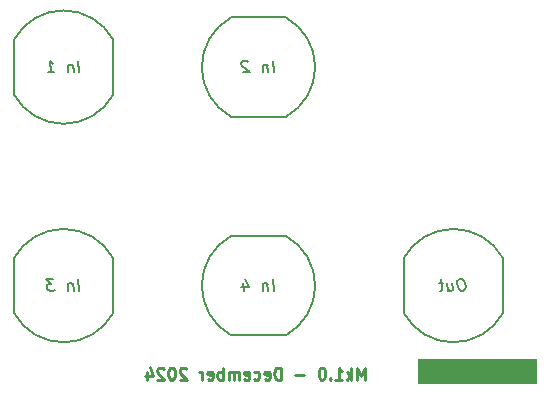
<source format=gbo>
%TF.GenerationSoftware,KiCad,Pcbnew,8.0.5*%
%TF.CreationDate,2024-12-03T21:43:17+01:00*%
%TF.ProjectId,DMH_Mixer_PCB_Conn,444d485f-4d69-4786-9572-5f5043425f43,1*%
%TF.SameCoordinates,Original*%
%TF.FileFunction,Legend,Bot*%
%TF.FilePolarity,Positive*%
%FSLAX46Y46*%
G04 Gerber Fmt 4.6, Leading zero omitted, Abs format (unit mm)*
G04 Created by KiCad (PCBNEW 8.0.5) date 2024-12-03 21:43:17*
%MOMM*%
%LPD*%
G01*
G04 APERTURE LIST*
G04 Aperture macros list*
%AMHorizOval*
0 Thick line with rounded ends*
0 $1 width*
0 $2 $3 position (X,Y) of the first rounded end (center of the circle)*
0 $4 $5 position (X,Y) of the second rounded end (center of the circle)*
0 Add line between two ends*
20,1,$1,$2,$3,$4,$5,0*
0 Add two circle primitives to create the rounded ends*
1,1,$1,$2,$3*
1,1,$1,$4,$5*%
G04 Aperture macros list end*
%ADD10C,0.100000*%
%ADD11C,0.250000*%
%ADD12C,0.150000*%
%ADD13R,1.700000X1.700000*%
%ADD14O,1.700000X1.700000*%
%ADD15HorizOval,1.712000X-0.533159X-0.533159X0.533159X0.533159X0*%
%ADD16O,1.712000X3.220000*%
%ADD17O,3.220000X1.712000*%
%ADD18HorizOval,1.712000X-0.533159X0.533159X0.533159X-0.533159X0*%
G04 APERTURE END LIST*
D10*
X88500000Y-215000000D02*
X98500000Y-215000000D01*
X98500000Y-217000000D01*
X88500000Y-217000000D01*
X88500000Y-215000000D01*
G36*
X88500000Y-215000000D02*
G01*
X98500000Y-215000000D01*
X98500000Y-217000000D01*
X88500000Y-217000000D01*
X88500000Y-215000000D01*
G37*
D11*
X83988095Y-216699619D02*
X83988095Y-215699619D01*
X83988095Y-215699619D02*
X83654762Y-216413904D01*
X83654762Y-216413904D02*
X83321429Y-215699619D01*
X83321429Y-215699619D02*
X83321429Y-216699619D01*
X82845238Y-216699619D02*
X82845238Y-215699619D01*
X82750000Y-216318666D02*
X82464286Y-216699619D01*
X82464286Y-216032952D02*
X82845238Y-216413904D01*
X81511905Y-216699619D02*
X82083333Y-216699619D01*
X81797619Y-216699619D02*
X81797619Y-215699619D01*
X81797619Y-215699619D02*
X81892857Y-215842476D01*
X81892857Y-215842476D02*
X81988095Y-215937714D01*
X81988095Y-215937714D02*
X82083333Y-215985333D01*
X81083333Y-216604380D02*
X81035714Y-216652000D01*
X81035714Y-216652000D02*
X81083333Y-216699619D01*
X81083333Y-216699619D02*
X81130952Y-216652000D01*
X81130952Y-216652000D02*
X81083333Y-216604380D01*
X81083333Y-216604380D02*
X81083333Y-216699619D01*
X80416667Y-215699619D02*
X80321429Y-215699619D01*
X80321429Y-215699619D02*
X80226191Y-215747238D01*
X80226191Y-215747238D02*
X80178572Y-215794857D01*
X80178572Y-215794857D02*
X80130953Y-215890095D01*
X80130953Y-215890095D02*
X80083334Y-216080571D01*
X80083334Y-216080571D02*
X80083334Y-216318666D01*
X80083334Y-216318666D02*
X80130953Y-216509142D01*
X80130953Y-216509142D02*
X80178572Y-216604380D01*
X80178572Y-216604380D02*
X80226191Y-216652000D01*
X80226191Y-216652000D02*
X80321429Y-216699619D01*
X80321429Y-216699619D02*
X80416667Y-216699619D01*
X80416667Y-216699619D02*
X80511905Y-216652000D01*
X80511905Y-216652000D02*
X80559524Y-216604380D01*
X80559524Y-216604380D02*
X80607143Y-216509142D01*
X80607143Y-216509142D02*
X80654762Y-216318666D01*
X80654762Y-216318666D02*
X80654762Y-216080571D01*
X80654762Y-216080571D02*
X80607143Y-215890095D01*
X80607143Y-215890095D02*
X80559524Y-215794857D01*
X80559524Y-215794857D02*
X80511905Y-215747238D01*
X80511905Y-215747238D02*
X80416667Y-215699619D01*
X78892857Y-216318666D02*
X78130953Y-216318666D01*
X76892857Y-216699619D02*
X76892857Y-215699619D01*
X76892857Y-215699619D02*
X76654762Y-215699619D01*
X76654762Y-215699619D02*
X76511905Y-215747238D01*
X76511905Y-215747238D02*
X76416667Y-215842476D01*
X76416667Y-215842476D02*
X76369048Y-215937714D01*
X76369048Y-215937714D02*
X76321429Y-216128190D01*
X76321429Y-216128190D02*
X76321429Y-216271047D01*
X76321429Y-216271047D02*
X76369048Y-216461523D01*
X76369048Y-216461523D02*
X76416667Y-216556761D01*
X76416667Y-216556761D02*
X76511905Y-216652000D01*
X76511905Y-216652000D02*
X76654762Y-216699619D01*
X76654762Y-216699619D02*
X76892857Y-216699619D01*
X75511905Y-216652000D02*
X75607143Y-216699619D01*
X75607143Y-216699619D02*
X75797619Y-216699619D01*
X75797619Y-216699619D02*
X75892857Y-216652000D01*
X75892857Y-216652000D02*
X75940476Y-216556761D01*
X75940476Y-216556761D02*
X75940476Y-216175809D01*
X75940476Y-216175809D02*
X75892857Y-216080571D01*
X75892857Y-216080571D02*
X75797619Y-216032952D01*
X75797619Y-216032952D02*
X75607143Y-216032952D01*
X75607143Y-216032952D02*
X75511905Y-216080571D01*
X75511905Y-216080571D02*
X75464286Y-216175809D01*
X75464286Y-216175809D02*
X75464286Y-216271047D01*
X75464286Y-216271047D02*
X75940476Y-216366285D01*
X74607143Y-216652000D02*
X74702381Y-216699619D01*
X74702381Y-216699619D02*
X74892857Y-216699619D01*
X74892857Y-216699619D02*
X74988095Y-216652000D01*
X74988095Y-216652000D02*
X75035714Y-216604380D01*
X75035714Y-216604380D02*
X75083333Y-216509142D01*
X75083333Y-216509142D02*
X75083333Y-216223428D01*
X75083333Y-216223428D02*
X75035714Y-216128190D01*
X75035714Y-216128190D02*
X74988095Y-216080571D01*
X74988095Y-216080571D02*
X74892857Y-216032952D01*
X74892857Y-216032952D02*
X74702381Y-216032952D01*
X74702381Y-216032952D02*
X74607143Y-216080571D01*
X73797619Y-216652000D02*
X73892857Y-216699619D01*
X73892857Y-216699619D02*
X74083333Y-216699619D01*
X74083333Y-216699619D02*
X74178571Y-216652000D01*
X74178571Y-216652000D02*
X74226190Y-216556761D01*
X74226190Y-216556761D02*
X74226190Y-216175809D01*
X74226190Y-216175809D02*
X74178571Y-216080571D01*
X74178571Y-216080571D02*
X74083333Y-216032952D01*
X74083333Y-216032952D02*
X73892857Y-216032952D01*
X73892857Y-216032952D02*
X73797619Y-216080571D01*
X73797619Y-216080571D02*
X73750000Y-216175809D01*
X73750000Y-216175809D02*
X73750000Y-216271047D01*
X73750000Y-216271047D02*
X74226190Y-216366285D01*
X73321428Y-216699619D02*
X73321428Y-216032952D01*
X73321428Y-216128190D02*
X73273809Y-216080571D01*
X73273809Y-216080571D02*
X73178571Y-216032952D01*
X73178571Y-216032952D02*
X73035714Y-216032952D01*
X73035714Y-216032952D02*
X72940476Y-216080571D01*
X72940476Y-216080571D02*
X72892857Y-216175809D01*
X72892857Y-216175809D02*
X72892857Y-216699619D01*
X72892857Y-216175809D02*
X72845238Y-216080571D01*
X72845238Y-216080571D02*
X72750000Y-216032952D01*
X72750000Y-216032952D02*
X72607143Y-216032952D01*
X72607143Y-216032952D02*
X72511904Y-216080571D01*
X72511904Y-216080571D02*
X72464285Y-216175809D01*
X72464285Y-216175809D02*
X72464285Y-216699619D01*
X71988095Y-216699619D02*
X71988095Y-215699619D01*
X71988095Y-216080571D02*
X71892857Y-216032952D01*
X71892857Y-216032952D02*
X71702381Y-216032952D01*
X71702381Y-216032952D02*
X71607143Y-216080571D01*
X71607143Y-216080571D02*
X71559524Y-216128190D01*
X71559524Y-216128190D02*
X71511905Y-216223428D01*
X71511905Y-216223428D02*
X71511905Y-216509142D01*
X71511905Y-216509142D02*
X71559524Y-216604380D01*
X71559524Y-216604380D02*
X71607143Y-216652000D01*
X71607143Y-216652000D02*
X71702381Y-216699619D01*
X71702381Y-216699619D02*
X71892857Y-216699619D01*
X71892857Y-216699619D02*
X71988095Y-216652000D01*
X70702381Y-216652000D02*
X70797619Y-216699619D01*
X70797619Y-216699619D02*
X70988095Y-216699619D01*
X70988095Y-216699619D02*
X71083333Y-216652000D01*
X71083333Y-216652000D02*
X71130952Y-216556761D01*
X71130952Y-216556761D02*
X71130952Y-216175809D01*
X71130952Y-216175809D02*
X71083333Y-216080571D01*
X71083333Y-216080571D02*
X70988095Y-216032952D01*
X70988095Y-216032952D02*
X70797619Y-216032952D01*
X70797619Y-216032952D02*
X70702381Y-216080571D01*
X70702381Y-216080571D02*
X70654762Y-216175809D01*
X70654762Y-216175809D02*
X70654762Y-216271047D01*
X70654762Y-216271047D02*
X71130952Y-216366285D01*
X70226190Y-216699619D02*
X70226190Y-216032952D01*
X70226190Y-216223428D02*
X70178571Y-216128190D01*
X70178571Y-216128190D02*
X70130952Y-216080571D01*
X70130952Y-216080571D02*
X70035714Y-216032952D01*
X70035714Y-216032952D02*
X69940476Y-216032952D01*
X68892856Y-215794857D02*
X68845237Y-215747238D01*
X68845237Y-215747238D02*
X68749999Y-215699619D01*
X68749999Y-215699619D02*
X68511904Y-215699619D01*
X68511904Y-215699619D02*
X68416666Y-215747238D01*
X68416666Y-215747238D02*
X68369047Y-215794857D01*
X68369047Y-215794857D02*
X68321428Y-215890095D01*
X68321428Y-215890095D02*
X68321428Y-215985333D01*
X68321428Y-215985333D02*
X68369047Y-216128190D01*
X68369047Y-216128190D02*
X68940475Y-216699619D01*
X68940475Y-216699619D02*
X68321428Y-216699619D01*
X67702380Y-215699619D02*
X67607142Y-215699619D01*
X67607142Y-215699619D02*
X67511904Y-215747238D01*
X67511904Y-215747238D02*
X67464285Y-215794857D01*
X67464285Y-215794857D02*
X67416666Y-215890095D01*
X67416666Y-215890095D02*
X67369047Y-216080571D01*
X67369047Y-216080571D02*
X67369047Y-216318666D01*
X67369047Y-216318666D02*
X67416666Y-216509142D01*
X67416666Y-216509142D02*
X67464285Y-216604380D01*
X67464285Y-216604380D02*
X67511904Y-216652000D01*
X67511904Y-216652000D02*
X67607142Y-216699619D01*
X67607142Y-216699619D02*
X67702380Y-216699619D01*
X67702380Y-216699619D02*
X67797618Y-216652000D01*
X67797618Y-216652000D02*
X67845237Y-216604380D01*
X67845237Y-216604380D02*
X67892856Y-216509142D01*
X67892856Y-216509142D02*
X67940475Y-216318666D01*
X67940475Y-216318666D02*
X67940475Y-216080571D01*
X67940475Y-216080571D02*
X67892856Y-215890095D01*
X67892856Y-215890095D02*
X67845237Y-215794857D01*
X67845237Y-215794857D02*
X67797618Y-215747238D01*
X67797618Y-215747238D02*
X67702380Y-215699619D01*
X66988094Y-215794857D02*
X66940475Y-215747238D01*
X66940475Y-215747238D02*
X66845237Y-215699619D01*
X66845237Y-215699619D02*
X66607142Y-215699619D01*
X66607142Y-215699619D02*
X66511904Y-215747238D01*
X66511904Y-215747238D02*
X66464285Y-215794857D01*
X66464285Y-215794857D02*
X66416666Y-215890095D01*
X66416666Y-215890095D02*
X66416666Y-215985333D01*
X66416666Y-215985333D02*
X66464285Y-216128190D01*
X66464285Y-216128190D02*
X67035713Y-216699619D01*
X67035713Y-216699619D02*
X66416666Y-216699619D01*
X65559523Y-216032952D02*
X65559523Y-216699619D01*
X65797618Y-215652000D02*
X66035713Y-216366285D01*
X66035713Y-216366285D02*
X65416666Y-216366285D01*
D12*
X76315476Y-209204819D02*
X76190476Y-208204819D01*
X75755952Y-208538152D02*
X75839286Y-209204819D01*
X75767857Y-208633390D02*
X75714286Y-208585771D01*
X75714286Y-208585771D02*
X75613095Y-208538152D01*
X75613095Y-208538152D02*
X75470238Y-208538152D01*
X75470238Y-208538152D02*
X75380952Y-208585771D01*
X75380952Y-208585771D02*
X75345238Y-208681009D01*
X75345238Y-208681009D02*
X75410714Y-209204819D01*
X73660714Y-208538152D02*
X73744047Y-209204819D01*
X73851190Y-208157200D02*
X74178571Y-208871485D01*
X74178571Y-208871485D02*
X73559523Y-208871485D01*
X76315476Y-190704819D02*
X76190476Y-189704819D01*
X75755952Y-190038152D02*
X75839286Y-190704819D01*
X75767857Y-190133390D02*
X75714286Y-190085771D01*
X75714286Y-190085771D02*
X75613095Y-190038152D01*
X75613095Y-190038152D02*
X75470238Y-190038152D01*
X75470238Y-190038152D02*
X75380952Y-190085771D01*
X75380952Y-190085771D02*
X75345238Y-190181009D01*
X75345238Y-190181009D02*
X75410714Y-190704819D01*
X74107142Y-189800057D02*
X74053571Y-189752438D01*
X74053571Y-189752438D02*
X73952381Y-189704819D01*
X73952381Y-189704819D02*
X73714285Y-189704819D01*
X73714285Y-189704819D02*
X73625000Y-189752438D01*
X73625000Y-189752438D02*
X73583333Y-189800057D01*
X73583333Y-189800057D02*
X73547619Y-189895295D01*
X73547619Y-189895295D02*
X73559523Y-189990533D01*
X73559523Y-189990533D02*
X73625000Y-190133390D01*
X73625000Y-190133390D02*
X74267857Y-190704819D01*
X74267857Y-190704819D02*
X73648809Y-190704819D01*
X59815476Y-190704819D02*
X59690476Y-189704819D01*
X59255952Y-190038152D02*
X59339286Y-190704819D01*
X59267857Y-190133390D02*
X59214286Y-190085771D01*
X59214286Y-190085771D02*
X59113095Y-190038152D01*
X59113095Y-190038152D02*
X58970238Y-190038152D01*
X58970238Y-190038152D02*
X58880952Y-190085771D01*
X58880952Y-190085771D02*
X58845238Y-190181009D01*
X58845238Y-190181009D02*
X58910714Y-190704819D01*
X57148809Y-190704819D02*
X57720238Y-190704819D01*
X57434523Y-190704819D02*
X57309523Y-189704819D01*
X57309523Y-189704819D02*
X57422619Y-189847676D01*
X57422619Y-189847676D02*
X57529762Y-189942914D01*
X57529762Y-189942914D02*
X57630952Y-189990533D01*
X59815476Y-209204819D02*
X59690476Y-208204819D01*
X59255952Y-208538152D02*
X59339286Y-209204819D01*
X59267857Y-208633390D02*
X59214286Y-208585771D01*
X59214286Y-208585771D02*
X59113095Y-208538152D01*
X59113095Y-208538152D02*
X58970238Y-208538152D01*
X58970238Y-208538152D02*
X58880952Y-208585771D01*
X58880952Y-208585771D02*
X58845238Y-208681009D01*
X58845238Y-208681009D02*
X58910714Y-209204819D01*
X57642857Y-208204819D02*
X57023809Y-208204819D01*
X57023809Y-208204819D02*
X57404762Y-208585771D01*
X57404762Y-208585771D02*
X57261904Y-208585771D01*
X57261904Y-208585771D02*
X57172619Y-208633390D01*
X57172619Y-208633390D02*
X57130952Y-208681009D01*
X57130952Y-208681009D02*
X57095238Y-208776247D01*
X57095238Y-208776247D02*
X57125000Y-209014342D01*
X57125000Y-209014342D02*
X57184523Y-209109580D01*
X57184523Y-209109580D02*
X57238095Y-209157200D01*
X57238095Y-209157200D02*
X57339285Y-209204819D01*
X57339285Y-209204819D02*
X57625000Y-209204819D01*
X57625000Y-209204819D02*
X57714285Y-209157200D01*
X57714285Y-209157200D02*
X57755952Y-209109580D01*
X92214285Y-208204819D02*
X92023809Y-208204819D01*
X92023809Y-208204819D02*
X91934524Y-208252438D01*
X91934524Y-208252438D02*
X91851190Y-208347676D01*
X91851190Y-208347676D02*
X91827381Y-208538152D01*
X91827381Y-208538152D02*
X91869047Y-208871485D01*
X91869047Y-208871485D02*
X91940476Y-209061961D01*
X91940476Y-209061961D02*
X92047619Y-209157200D01*
X92047619Y-209157200D02*
X92148809Y-209204819D01*
X92148809Y-209204819D02*
X92339285Y-209204819D01*
X92339285Y-209204819D02*
X92428571Y-209157200D01*
X92428571Y-209157200D02*
X92511905Y-209061961D01*
X92511905Y-209061961D02*
X92535714Y-208871485D01*
X92535714Y-208871485D02*
X92494047Y-208538152D01*
X92494047Y-208538152D02*
X92422619Y-208347676D01*
X92422619Y-208347676D02*
X92315476Y-208252438D01*
X92315476Y-208252438D02*
X92214285Y-208204819D01*
X90970238Y-208538152D02*
X91053571Y-209204819D01*
X91398809Y-208538152D02*
X91464286Y-209061961D01*
X91464286Y-209061961D02*
X91428571Y-209157200D01*
X91428571Y-209157200D02*
X91339286Y-209204819D01*
X91339286Y-209204819D02*
X91196428Y-209204819D01*
X91196428Y-209204819D02*
X91095238Y-209157200D01*
X91095238Y-209157200D02*
X91041666Y-209109580D01*
X90636904Y-208538152D02*
X90255952Y-208538152D01*
X90452381Y-208204819D02*
X90559524Y-209061961D01*
X90559524Y-209061961D02*
X90523809Y-209157200D01*
X90523809Y-209157200D02*
X90434524Y-209204819D01*
X90434524Y-209204819D02*
X90339285Y-209204819D01*
%TO.C,J4*%
X75000000Y-204550000D02*
X72650000Y-204550000D01*
X75000000Y-204550000D02*
X77350000Y-204550000D01*
X75000000Y-212950000D02*
X72650000Y-212950000D01*
X75000000Y-212950000D02*
X77350000Y-212950000D01*
X70200000Y-208750000D02*
G75*
G02*
X72656222Y-204561121I4800000J0D01*
G01*
X72656222Y-212938879D02*
G75*
G02*
X70200000Y-208750000I2343778J4188879D01*
G01*
X77343778Y-204561121D02*
G75*
G02*
X79800000Y-208750000I-2343781J-4188881D01*
G01*
X79800000Y-208750000D02*
G75*
G02*
X77343778Y-212938879I-4800003J2D01*
G01*
%TO.C,J2*%
X75000000Y-186050000D02*
X72650000Y-186050000D01*
X75000000Y-186050000D02*
X77350000Y-186050000D01*
X75000000Y-194450000D02*
X72650000Y-194450000D01*
X75000000Y-194450000D02*
X77350000Y-194450000D01*
X70200000Y-190250000D02*
G75*
G02*
X72656222Y-186061121I4800000J0D01*
G01*
X72656222Y-194438879D02*
G75*
G02*
X70200000Y-190250000I2343778J4188879D01*
G01*
X77343778Y-186061121D02*
G75*
G02*
X79800000Y-190250000I-2343781J-4188881D01*
G01*
X79800000Y-190250000D02*
G75*
G02*
X77343778Y-194438879I-4800003J2D01*
G01*
%TO.C,J1*%
X54300000Y-190250000D02*
X54300000Y-187900000D01*
X54300000Y-190250000D02*
X54300000Y-192600000D01*
X62700000Y-190250000D02*
X62700000Y-187900000D01*
X62700000Y-190250000D02*
X62700000Y-192600000D01*
X54311121Y-187906222D02*
G75*
G02*
X58500000Y-185450000I4188879J-2343778D01*
G01*
X58500000Y-185450000D02*
G75*
G02*
X62688879Y-187906222I0J-4800000D01*
G01*
X58500000Y-195050000D02*
G75*
G02*
X54311121Y-192593778I2J4800003D01*
G01*
X62688879Y-192593778D02*
G75*
G02*
X58500000Y-195050000I-4188881J2343781D01*
G01*
%TO.C,J3*%
X54300000Y-208750000D02*
X54300000Y-206400000D01*
X54300000Y-208750000D02*
X54300000Y-211100000D01*
X62700000Y-208750000D02*
X62700000Y-206400000D01*
X62700000Y-208750000D02*
X62700000Y-211100000D01*
X54311121Y-206406222D02*
G75*
G02*
X58500000Y-203950000I4188879J-2343778D01*
G01*
X58500000Y-203950000D02*
G75*
G02*
X62688879Y-206406222I0J-4800000D01*
G01*
X58500000Y-213550000D02*
G75*
G02*
X54311121Y-211093778I2J4800003D01*
G01*
X62688879Y-211093778D02*
G75*
G02*
X58500000Y-213550000I-4188881J2343781D01*
G01*
%TO.C,J5*%
X87300000Y-208750000D02*
X87300000Y-206400000D01*
X87300000Y-208750000D02*
X87300000Y-211100000D01*
X95700000Y-208750000D02*
X95700000Y-206400000D01*
X95700000Y-208750000D02*
X95700000Y-211100000D01*
X87311121Y-206406222D02*
G75*
G02*
X91500000Y-203950000I4188881J-2343781D01*
G01*
X91500000Y-203950000D02*
G75*
G02*
X95688879Y-206406222I-2J-4800003D01*
G01*
X91500000Y-213550000D02*
G75*
G02*
X87311121Y-211093778I0J4800000D01*
G01*
X95688879Y-211093778D02*
G75*
G02*
X91500000Y-213550000I-4188879J2343778D01*
G01*
%TD*%
%LPC*%
D13*
%TO.C,J50*%
X77875000Y-177500000D03*
D14*
X80415000Y-177500000D03*
X82955000Y-177500000D03*
X85495000Y-177500000D03*
X88035000Y-177500000D03*
X90575000Y-177500000D03*
X93115000Y-177500000D03*
X95655000Y-177500000D03*
%TD*%
D15*
%TO.C,J4*%
X70403810Y-204153810D03*
D16*
X81500000Y-208250000D03*
D17*
X77500000Y-202250000D03*
%TD*%
D13*
%TO.C,J60*%
X54380000Y-177500000D03*
D14*
X56920000Y-177500000D03*
X59460000Y-177500000D03*
X62000000Y-177500000D03*
X64540000Y-177500000D03*
X67080000Y-177500000D03*
X69620000Y-177500000D03*
X72160000Y-177500000D03*
%TD*%
D15*
%TO.C,J2*%
X70403810Y-185653810D03*
D16*
X81500000Y-189750000D03*
D17*
X77500000Y-183750000D03*
%TD*%
D18*
%TO.C,J1*%
X63096190Y-185653810D03*
D17*
X59000000Y-196750000D03*
D16*
X65000000Y-192750000D03*
%TD*%
D18*
%TO.C,J3*%
X63096190Y-204153810D03*
D17*
X59000000Y-215250000D03*
D16*
X65000000Y-211250000D03*
%TD*%
D18*
%TO.C,J5*%
X86903810Y-213346190D03*
D17*
X91000000Y-202250000D03*
D16*
X85000000Y-206250000D03*
%TD*%
%LPD*%
M02*

</source>
